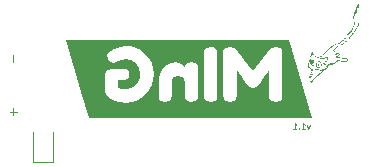
<source format=gbr>
%TF.GenerationSoftware,KiCad,Pcbnew,(6.0.7)*%
%TF.CreationDate,2023-03-11T05:38:16-08:00*%
%TF.ProjectId,ESP_SoC,4553505f-536f-4432-9e6b-696361645f70,rev?*%
%TF.SameCoordinates,Original*%
%TF.FileFunction,Legend,Bot*%
%TF.FilePolarity,Positive*%
%FSLAX46Y46*%
G04 Gerber Fmt 4.6, Leading zero omitted, Abs format (unit mm)*
G04 Created by KiCad (PCBNEW (6.0.7)) date 2023-03-11 05:38:16*
%MOMM*%
%LPD*%
G01*
G04 APERTURE LIST*
%ADD10C,0.125000*%
%ADD11C,0.120000*%
G04 APERTURE END LIST*
D10*
X127964285Y-102142857D02*
X127845238Y-102476190D01*
X127726190Y-102142857D01*
X127273809Y-102476190D02*
X127559523Y-102476190D01*
X127416666Y-102476190D02*
X127416666Y-101976190D01*
X127464285Y-102047619D01*
X127511904Y-102095238D01*
X127559523Y-102119047D01*
X127059523Y-102428571D02*
X127035714Y-102452380D01*
X127059523Y-102476190D01*
X127083333Y-102452380D01*
X127059523Y-102428571D01*
X127059523Y-102476190D01*
X126559523Y-102476190D02*
X126845238Y-102476190D01*
X126702380Y-102476190D02*
X126702380Y-101976190D01*
X126750000Y-102047619D01*
X126797619Y-102095238D01*
X126845238Y-102119047D01*
X102857142Y-100695238D02*
X102857142Y-101304761D01*
X103161904Y-101000000D02*
X102552380Y-101000000D01*
X102857142Y-96195238D02*
X102857142Y-96804761D01*
%TO.C,kibuzzard-64092D35*%
G36*
X107312928Y-94923658D02*
G01*
X126191267Y-94923658D01*
X128187072Y-101576342D01*
X109308733Y-101576342D01*
X108629918Y-99313625D01*
X110631650Y-99313625D01*
X110809450Y-99700975D01*
X111109487Y-99942672D01*
X111476200Y-100115312D01*
X111909588Y-100218897D01*
X112409650Y-100253425D01*
X112867247Y-100208777D01*
X113293887Y-100074831D01*
X113689572Y-99851589D01*
X113946850Y-99631125D01*
X115165550Y-99631125D01*
X115175075Y-99850200D01*
X115229050Y-100012125D01*
X115397325Y-100140713D01*
X115724350Y-100183575D01*
X116079950Y-100124837D01*
X116245050Y-99948625D01*
X116283150Y-99624775D01*
X116283150Y-98507175D01*
X116432375Y-98100775D01*
X116832425Y-97954725D01*
X117238825Y-98107125D01*
X117394400Y-98507175D01*
X117394400Y-99631125D01*
X117403925Y-99850200D01*
X117464250Y-100012125D01*
X117627763Y-100140713D01*
X117953200Y-100183575D01*
X118275463Y-100140713D01*
X118442150Y-100012125D01*
X118496125Y-99843850D01*
X118505374Y-99631125D01*
X119013650Y-99631125D01*
X119023175Y-99853375D01*
X119083500Y-100018475D01*
X119251775Y-100147063D01*
X119578800Y-100189925D01*
X119931225Y-100129600D01*
X120099500Y-99948625D01*
X120136853Y-99631125D01*
X120645600Y-99631125D01*
X120705925Y-99978788D01*
X120886900Y-100145475D01*
X121191700Y-100183575D01*
X121483800Y-100151825D01*
X121648900Y-100075625D01*
X121737800Y-99948625D01*
X121769550Y-99618425D01*
X121769550Y-97491175D01*
X121964812Y-97745969D01*
X122233100Y-98116650D01*
X122482337Y-98465106D01*
X122620450Y-98653225D01*
X122734750Y-98802450D01*
X122890325Y-98916750D01*
X123157025Y-98989775D01*
X123417375Y-98923100D01*
X123585650Y-98792925D01*
X123636450Y-98723075D01*
X123825362Y-98474631D01*
X124138100Y-98046800D01*
X124427025Y-97649131D01*
X124544500Y-97491175D01*
X124544500Y-99631125D01*
X124554025Y-99850200D01*
X124614350Y-100012125D01*
X124785800Y-100140713D01*
X125109650Y-100183575D01*
X125423975Y-100140713D01*
X125592250Y-100012125D01*
X125652575Y-99847025D01*
X125662100Y-99618425D01*
X125662100Y-96094175D01*
X125652575Y-95875100D01*
X125592250Y-95706825D01*
X125420800Y-95583000D01*
X125096950Y-95541725D01*
X124801675Y-95583000D01*
X124639750Y-95668725D01*
X124601650Y-95706825D01*
X123160200Y-97599125D01*
X122757102Y-97066487D01*
X122411408Y-96611573D01*
X122123118Y-96234383D01*
X121892232Y-95934917D01*
X121718750Y-95713175D01*
X121536981Y-95584587D01*
X121207575Y-95541725D01*
X120882931Y-95584587D01*
X120715450Y-95713175D01*
X120655125Y-95884625D01*
X120645600Y-96106875D01*
X120645600Y-99631125D01*
X120136853Y-99631125D01*
X120137600Y-99624775D01*
X120137600Y-96094175D01*
X120128075Y-95875100D01*
X120067750Y-95706825D01*
X119899475Y-95578237D01*
X119572450Y-95535375D01*
X119218437Y-95594113D01*
X119045400Y-95770325D01*
X119013650Y-96100525D01*
X119013650Y-99631125D01*
X118505374Y-99631125D01*
X118505650Y-99624775D01*
X118505650Y-97376875D01*
X118496125Y-97164150D01*
X118435800Y-97002225D01*
X118269113Y-96883163D01*
X117946850Y-96843475D01*
X117634112Y-96879988D01*
X117470600Y-96989525D01*
X117407100Y-97249875D01*
X117292800Y-97122875D01*
X117121350Y-96989525D01*
X116645100Y-96843475D01*
X116245403Y-96897450D01*
X115892978Y-97059375D01*
X115587825Y-97329250D01*
X115353228Y-97676736D01*
X115212469Y-98071494D01*
X115165550Y-98513525D01*
X115165550Y-99631125D01*
X113946850Y-99631125D01*
X114054300Y-99539050D01*
X114359894Y-99163408D01*
X114578175Y-98750856D01*
X114709144Y-98301395D01*
X114752800Y-97815025D01*
X114708350Y-97331036D01*
X114575000Y-96888719D01*
X114352750Y-96488073D01*
X114041600Y-96129100D01*
X113670125Y-95833230D01*
X113266900Y-95621894D01*
X112831925Y-95495092D01*
X112365200Y-95452825D01*
X111874839Y-95507858D01*
X111402822Y-95672958D01*
X110949150Y-95948125D01*
X110777700Y-96230700D01*
X110923750Y-96589475D01*
X111160287Y-96841888D01*
X111374600Y-96926025D01*
X111761950Y-96751400D01*
X112054050Y-96620431D01*
X112396950Y-96576775D01*
X112852562Y-96661706D01*
X113254200Y-96916500D01*
X113535187Y-97308613D01*
X113628850Y-97805500D01*
X113586517Y-98153339D01*
X113459517Y-98464489D01*
X113247850Y-98738950D01*
X112841450Y-99027081D01*
X112384250Y-99123125D01*
X112052462Y-99094550D01*
X111755600Y-99008825D01*
X111755600Y-98316675D01*
X112257250Y-98316675D01*
X112536650Y-98265875D01*
X112644600Y-98116650D01*
X112670000Y-97849950D01*
X112641425Y-97580075D01*
X112536650Y-97440375D01*
X112231850Y-97383225D01*
X111114250Y-97383225D01*
X110695150Y-97561025D01*
X110631650Y-97916625D01*
X110631650Y-99313625D01*
X108629918Y-99313625D01*
X107312928Y-94923658D01*
G37*
D11*
%TO.C,D3*%
X104550000Y-105300000D02*
X104550000Y-102750000D01*
X106250000Y-105300000D02*
X106250000Y-102750000D01*
X106250000Y-105300000D02*
X104550000Y-105300000D01*
%TO.C,G\u002A\u002A\u002A*%
G36*
X132164565Y-93253446D02*
G01*
X132175702Y-93297021D01*
X132170143Y-93474342D01*
X132139727Y-93640110D01*
X132085112Y-93779893D01*
X132007341Y-93890018D01*
X131979339Y-93921739D01*
X131948504Y-93964281D01*
X131938614Y-93990079D01*
X131938972Y-93995867D01*
X131924078Y-94035409D01*
X131886184Y-94094300D01*
X131830041Y-94165799D01*
X131760395Y-94243162D01*
X131723198Y-94284608D01*
X131686829Y-94339488D01*
X131678477Y-94382885D01*
X131675705Y-94416724D01*
X131643924Y-94450051D01*
X131614912Y-94472353D01*
X131570286Y-94518166D01*
X131518161Y-94578279D01*
X131465501Y-94643988D01*
X131419267Y-94706587D01*
X131386420Y-94757373D01*
X131373924Y-94787640D01*
X131373242Y-94795146D01*
X131357306Y-94827769D01*
X131330664Y-94849891D01*
X131307283Y-94848712D01*
X131304631Y-94847335D01*
X131280306Y-94857418D01*
X131245078Y-94888886D01*
X131238168Y-94896229D01*
X131204352Y-94928793D01*
X131184879Y-94942021D01*
X131184734Y-94942020D01*
X131174526Y-94935066D01*
X131182130Y-94912112D01*
X131209784Y-94869726D01*
X131259724Y-94804476D01*
X131334189Y-94712928D01*
X131334990Y-94711959D01*
X131399176Y-94632707D01*
X131455873Y-94559853D01*
X131498962Y-94501441D01*
X131522327Y-94465516D01*
X131536294Y-94441852D01*
X131572385Y-94386870D01*
X131621461Y-94315867D01*
X131677062Y-94238328D01*
X131711135Y-94190940D01*
X131771746Y-94103475D01*
X131825559Y-94022158D01*
X131863924Y-93959879D01*
X131887799Y-93918385D01*
X131935701Y-93835876D01*
X131978146Y-93763571D01*
X132020524Y-93683005D01*
X132069341Y-93561185D01*
X132102010Y-93441416D01*
X132113924Y-93338137D01*
X132115574Y-93291255D01*
X132124724Y-93253109D01*
X132143924Y-93242021D01*
X132164565Y-93253446D01*
G37*
G36*
X128234706Y-96000498D02*
G01*
X128238112Y-96004055D01*
X128267986Y-96039904D01*
X128311205Y-96096061D01*
X128359642Y-96162021D01*
X128372336Y-96179699D01*
X128432254Y-96261922D01*
X128476580Y-96317758D01*
X128511704Y-96352528D01*
X128544014Y-96371555D01*
X128579899Y-96380158D01*
X128625749Y-96383659D01*
X128689809Y-96392090D01*
X128776876Y-96411656D01*
X128862595Y-96437620D01*
X129001266Y-96486530D01*
X129173561Y-96444275D01*
X129250885Y-96426617D01*
X129374614Y-96406279D01*
X129463075Y-96404437D01*
X129516201Y-96421090D01*
X129533924Y-96456236D01*
X129524340Y-96495988D01*
X129495227Y-96560821D01*
X129452301Y-96638351D01*
X129401377Y-96718843D01*
X129348271Y-96792564D01*
X129298799Y-96849778D01*
X129250084Y-96900269D01*
X129225980Y-96932530D01*
X129223000Y-96954218D01*
X129236991Y-96973658D01*
X129260331Y-96991894D01*
X129305976Y-97011827D01*
X129327887Y-97016007D01*
X129350105Y-97020490D01*
X129351459Y-97022173D01*
X129343924Y-97042021D01*
X129335542Y-97051895D01*
X129296585Y-97061256D01*
X129242260Y-97040625D01*
X129178631Y-96991840D01*
X129143801Y-96958370D01*
X129121241Y-96930839D01*
X129122419Y-96914083D01*
X129143924Y-96898984D01*
X129177349Y-96875379D01*
X129231503Y-96824422D01*
X129289284Y-96759245D01*
X129345503Y-96687057D01*
X129394970Y-96615068D01*
X129432495Y-96550488D01*
X129452890Y-96500527D01*
X129450965Y-96472394D01*
X129446069Y-96470752D01*
X129410613Y-96472726D01*
X129351055Y-96482285D01*
X129277944Y-96497171D01*
X129201829Y-96515126D01*
X129133257Y-96533892D01*
X129082777Y-96551211D01*
X129073064Y-96555172D01*
X129037190Y-96565842D01*
X129001203Y-96565218D01*
X128952964Y-96551633D01*
X128880334Y-96523420D01*
X128804372Y-96494595D01*
X128711747Y-96463331D01*
X128633924Y-96440898D01*
X128556765Y-96416111D01*
X128472754Y-96369246D01*
X128394799Y-96298383D01*
X128313698Y-96196497D01*
X128311648Y-96193646D01*
X128267475Y-96137302D01*
X128229336Y-96097259D01*
X128205287Y-96082021D01*
X128185224Y-96096172D01*
X128157162Y-96139745D01*
X128127735Y-96202835D01*
X128101602Y-96275306D01*
X128083427Y-96347021D01*
X128082434Y-96352109D01*
X128064493Y-96403296D01*
X128040110Y-96422021D01*
X128038463Y-96421989D01*
X128019681Y-96408813D01*
X128021651Y-96367021D01*
X128022994Y-96360160D01*
X128034148Y-96299461D01*
X128045722Y-96232021D01*
X128047005Y-96225031D01*
X128070705Y-96152786D01*
X128106406Y-96088355D01*
X128115350Y-96076020D01*
X128142849Y-96032447D01*
X128153924Y-96005022D01*
X128166566Y-95981830D01*
X128198458Y-95979314D01*
X128234706Y-96000498D01*
G37*
G36*
X130068549Y-95863337D02*
G01*
X130101181Y-95882138D01*
X130134960Y-95913925D01*
X130158590Y-95946710D01*
X130160774Y-95968504D01*
X130148111Y-95977922D01*
X130114689Y-95975541D01*
X130072796Y-95937021D01*
X130044459Y-95898631D01*
X130037142Y-95870678D01*
X130060438Y-95862021D01*
X130068549Y-95863337D01*
G37*
G36*
X127998366Y-98250667D02*
G01*
X128006046Y-98273019D01*
X128002845Y-98318235D01*
X127996948Y-98330458D01*
X127986222Y-98334228D01*
X127974322Y-98302021D01*
X127968947Y-98278156D01*
X127968321Y-98241701D01*
X127979292Y-98230049D01*
X127998366Y-98250667D01*
G37*
G36*
X131132911Y-94542168D02*
G01*
X131138388Y-94561070D01*
X131127187Y-94604085D01*
X131122649Y-94615690D01*
X131106571Y-94643774D01*
X131097233Y-94632916D01*
X131095693Y-94599352D01*
X131107985Y-94559107D01*
X131131560Y-94542021D01*
X131132911Y-94542168D01*
G37*
G36*
X131989417Y-92342021D02*
G01*
X131966755Y-92448687D01*
X131960735Y-92477021D01*
X131955154Y-92504157D01*
X131953703Y-92510840D01*
X131934891Y-92597487D01*
X131916841Y-92673012D01*
X131902792Y-92723575D01*
X131894532Y-92742021D01*
X131893729Y-92741901D01*
X131879548Y-92722545D01*
X131863060Y-92680129D01*
X131844745Y-92636490D01*
X131823954Y-92622523D01*
X131805370Y-92647153D01*
X131790814Y-92709637D01*
X131790395Y-92712021D01*
X131783584Y-92750738D01*
X131765349Y-92833472D01*
X131743814Y-92915361D01*
X131730274Y-92967387D01*
X131715618Y-93041422D01*
X131709924Y-93096978D01*
X131703466Y-93143714D01*
X131681924Y-93162021D01*
X131678834Y-93161772D01*
X131664059Y-93147436D01*
X131656224Y-93106360D01*
X131653924Y-93032021D01*
X131655813Y-92972894D01*
X131663235Y-92920841D01*
X131675272Y-92902021D01*
X131685933Y-92893999D01*
X131683620Y-92861061D01*
X131680667Y-92832741D01*
X131695986Y-92789536D01*
X131710354Y-92765041D01*
X131698289Y-92744718D01*
X131693750Y-92741036D01*
X131690726Y-92714562D01*
X131691968Y-92712021D01*
X131713924Y-92712021D01*
X131723924Y-92722021D01*
X131733924Y-92712021D01*
X131723924Y-92702021D01*
X131713924Y-92712021D01*
X131691968Y-92712021D01*
X131714575Y-92665759D01*
X131719678Y-92657109D01*
X131744022Y-92606948D01*
X131753924Y-92570357D01*
X131757152Y-92555722D01*
X131777015Y-92553930D01*
X131787613Y-92558686D01*
X131786761Y-92546609D01*
X131784403Y-92523402D01*
X131824779Y-92523402D01*
X131830016Y-92531074D01*
X131847333Y-92539737D01*
X131853924Y-92510840D01*
X131850991Y-92496567D01*
X131833598Y-92492222D01*
X131827287Y-92497716D01*
X131824779Y-92523402D01*
X131784403Y-92523402D01*
X131784053Y-92519957D01*
X131795787Y-92477409D01*
X131807810Y-92454703D01*
X131877462Y-92454703D01*
X131893924Y-92462021D01*
X131904512Y-92460577D01*
X131907258Y-92448687D01*
X131904326Y-92446294D01*
X131880591Y-92448687D01*
X131877462Y-92454703D01*
X131807810Y-92454703D01*
X131816213Y-92438833D01*
X131838012Y-92422021D01*
X131844504Y-92420119D01*
X131852432Y-92397021D01*
X131852744Y-92342021D01*
X131873924Y-92342021D01*
X131874506Y-92346801D01*
X131893924Y-92362021D01*
X131898705Y-92361439D01*
X131913924Y-92342021D01*
X131913343Y-92337240D01*
X131893924Y-92322021D01*
X131889144Y-92322602D01*
X131873924Y-92342021D01*
X131852744Y-92342021D01*
X131852787Y-92334393D01*
X131879552Y-92278449D01*
X131897841Y-92245765D01*
X131909574Y-92194043D01*
X131913320Y-92171619D01*
X131938198Y-92171619D01*
X131940591Y-92195354D01*
X131946607Y-92198483D01*
X131953924Y-92182021D01*
X131952481Y-92171433D01*
X131940591Y-92168687D01*
X131938198Y-92171619D01*
X131913320Y-92171619D01*
X131917081Y-92149109D01*
X131931189Y-92114043D01*
X131945568Y-92086544D01*
X131961197Y-92038419D01*
X131962678Y-92034703D01*
X131977462Y-92034703D01*
X131993924Y-92042021D01*
X132004512Y-92040577D01*
X132007258Y-92028687D01*
X132004326Y-92026294D01*
X131980591Y-92028687D01*
X131977462Y-92034703D01*
X131962678Y-92034703D01*
X131982509Y-91984950D01*
X132022878Y-91940290D01*
X132070487Y-91921947D01*
X132116484Y-91932822D01*
X132152017Y-91975822D01*
X132155988Y-91993442D01*
X132161367Y-92048443D01*
X132166078Y-92132334D01*
X132170062Y-92238854D01*
X132173259Y-92361743D01*
X132175610Y-92494740D01*
X132177057Y-92631584D01*
X132177539Y-92766014D01*
X132176999Y-92891770D01*
X132175376Y-93002590D01*
X132172612Y-93092215D01*
X132168647Y-93154382D01*
X132163423Y-93182833D01*
X132150888Y-93197292D01*
X132139660Y-93193773D01*
X132130809Y-93167272D01*
X132124098Y-93114955D01*
X132119292Y-93033988D01*
X132116152Y-92921536D01*
X132114442Y-92774765D01*
X132113924Y-92590840D01*
X132113924Y-92587477D01*
X132113292Y-92424152D01*
X132111524Y-92282146D01*
X132108736Y-92165194D01*
X132105046Y-92077032D01*
X132100571Y-92021396D01*
X132095429Y-92002021D01*
X132079228Y-92018595D01*
X132075183Y-92028687D01*
X132056815Y-92074514D01*
X132029554Y-92169704D01*
X132026614Y-92182021D01*
X131997507Y-92303946D01*
X131989417Y-92342021D01*
G37*
G36*
X128063220Y-96547880D02*
G01*
X128073924Y-96577221D01*
X128080357Y-96617238D01*
X128105161Y-96629844D01*
X128153478Y-96612251D01*
X128179498Y-96600033D01*
X128214936Y-96595430D01*
X128252205Y-96615067D01*
X128293193Y-96656012D01*
X128323437Y-96733999D01*
X128322392Y-96835266D01*
X128318245Y-96859466D01*
X128303787Y-96908184D01*
X128289389Y-96918102D01*
X128278339Y-96889953D01*
X128273924Y-96824469D01*
X128268069Y-96751625D01*
X128249378Y-96706716D01*
X128219097Y-96698162D01*
X128178508Y-96727270D01*
X128177328Y-96728541D01*
X128140909Y-96778317D01*
X128113168Y-96834706D01*
X128097202Y-96887556D01*
X128096110Y-96926712D01*
X128112989Y-96942021D01*
X128122250Y-96936189D01*
X128145778Y-96903113D01*
X128172515Y-96850548D01*
X128188651Y-96818062D01*
X128214400Y-96780754D01*
X128233022Y-96771463D01*
X128235215Y-96773249D01*
X128239358Y-96793923D01*
X128229817Y-96836720D01*
X128205258Y-96906225D01*
X128164342Y-97007021D01*
X128159810Y-97020832D01*
X128168064Y-97037803D01*
X128207785Y-97042021D01*
X128252179Y-97048625D01*
X128296210Y-97071688D01*
X128313924Y-97103783D01*
X128308483Y-97108035D01*
X128274233Y-97112564D01*
X128218924Y-97111822D01*
X128184693Y-97109044D01*
X128137783Y-97097735D01*
X128101277Y-97070796D01*
X128059409Y-97019059D01*
X128045325Y-96999290D01*
X128006382Y-96925332D01*
X127994409Y-96853021D01*
X127992881Y-96814103D01*
X127985538Y-96790857D01*
X127969924Y-96798021D01*
X127956135Y-96809096D01*
X127922031Y-96822021D01*
X127914656Y-96819137D01*
X127908223Y-96791160D01*
X127916428Y-96741566D01*
X127937017Y-96680429D01*
X127967734Y-96617826D01*
X128001162Y-96573111D01*
X128036346Y-96547512D01*
X128063220Y-96547880D01*
G37*
G36*
X127927657Y-96919817D02*
G01*
X127907452Y-96958123D01*
X127884820Y-97002029D01*
X127876807Y-97065524D01*
X127883705Y-97134559D01*
X127903172Y-97197845D01*
X127932869Y-97244095D01*
X127970455Y-97262021D01*
X127993520Y-97266030D01*
X128032494Y-97290297D01*
X128043897Y-97300913D01*
X128087475Y-97329992D01*
X128144943Y-97360399D01*
X128186540Y-97382420D01*
X128225313Y-97418902D01*
X128230207Y-97464094D01*
X128204666Y-97527639D01*
X128187545Y-97575147D01*
X128186865Y-97612471D01*
X128187737Y-97630676D01*
X128163534Y-97654938D01*
X128158101Y-97657866D01*
X128128958Y-97690828D01*
X128096133Y-97747074D01*
X128065463Y-97814169D01*
X128042782Y-97879677D01*
X128033924Y-97931162D01*
X128028538Y-97965419D01*
X128007317Y-98005771D01*
X127994483Y-98023668D01*
X127988984Y-98057199D01*
X127996599Y-98072105D01*
X128022419Y-98081547D01*
X128053768Y-98060018D01*
X128082944Y-98011282D01*
X128107817Y-97965196D01*
X128149658Y-97907143D01*
X128200724Y-97847570D01*
X128255279Y-97791908D01*
X128307587Y-97745591D01*
X128351913Y-97714049D01*
X128382520Y-97702715D01*
X128393672Y-97717021D01*
X128393528Y-97717877D01*
X128376960Y-97739512D01*
X128338279Y-97778466D01*
X128285182Y-97826940D01*
X128261859Y-97848409D01*
X128182174Y-97938139D01*
X128124033Y-98030009D01*
X128099420Y-98079025D01*
X128073776Y-98126921D01*
X128059189Y-98150089D01*
X128058367Y-98150907D01*
X128043757Y-98160410D01*
X128023219Y-98154558D01*
X127983221Y-98129720D01*
X127944446Y-98086103D01*
X127935724Y-98024859D01*
X127961961Y-97956317D01*
X127962326Y-97955737D01*
X127986213Y-97904139D01*
X128004532Y-97842551D01*
X128009318Y-97824221D01*
X128035323Y-97757965D01*
X128070659Y-97692551D01*
X128109546Y-97617038D01*
X128124699Y-97531623D01*
X128102253Y-97453468D01*
X128041406Y-97380204D01*
X127941360Y-97309460D01*
X127909251Y-97289940D01*
X127860509Y-97252185D01*
X127833588Y-97209855D01*
X127822802Y-97151234D01*
X127822462Y-97064612D01*
X127822829Y-97053168D01*
X127828637Y-96980352D01*
X127841430Y-96935878D01*
X127863939Y-96909537D01*
X127884186Y-96897876D01*
X127917007Y-96896503D01*
X127927657Y-96919817D01*
G37*
G36*
X131249650Y-94480495D02*
G01*
X131221347Y-94488264D01*
X131208251Y-94485944D01*
X131193924Y-94499881D01*
X131192998Y-94506529D01*
X131173924Y-94522021D01*
X131155943Y-94512032D01*
X131162494Y-94477716D01*
X131191647Y-94430840D01*
X131233924Y-94430840D01*
X131234316Y-94440938D01*
X131243763Y-94461137D01*
X131263070Y-94443402D01*
X131265788Y-94436191D01*
X131254251Y-94412222D01*
X131243765Y-94410241D01*
X131233924Y-94430840D01*
X131191647Y-94430840D01*
X131197377Y-94421627D01*
X131213603Y-94401075D01*
X131242756Y-94377791D01*
X131267046Y-94384611D01*
X131273611Y-94389384D01*
X131294456Y-94388441D01*
X131313593Y-94352892D01*
X131326909Y-94308955D01*
X131333924Y-94263167D01*
X131344726Y-94225050D01*
X131377544Y-94195033D01*
X131418603Y-94192746D01*
X131425716Y-94193523D01*
X131453290Y-94175168D01*
X131482079Y-94134307D01*
X131504739Y-94083173D01*
X131513924Y-94033998D01*
X131516813Y-94018317D01*
X131536257Y-94002021D01*
X131547633Y-93994138D01*
X131548209Y-93962326D01*
X131547113Y-93955880D01*
X131557898Y-93907202D01*
X131594556Y-93844323D01*
X131615277Y-93816620D01*
X131656575Y-93768302D01*
X131683962Y-93746910D01*
X131693633Y-93755840D01*
X131689579Y-93777194D01*
X131673502Y-93829973D01*
X131649178Y-93898845D01*
X131620912Y-93971793D01*
X131593006Y-94036803D01*
X131581102Y-94063194D01*
X131561618Y-94109707D01*
X131553924Y-94133437D01*
X131550716Y-94141678D01*
X131527493Y-94176533D01*
X131487178Y-94229278D01*
X131436152Y-94291969D01*
X131380796Y-94356659D01*
X131327491Y-94415404D01*
X131305967Y-94436191D01*
X131293378Y-94448349D01*
X131249650Y-94480495D01*
G37*
G36*
X128747043Y-96892472D02*
G01*
X128749564Y-96930796D01*
X128741807Y-96986557D01*
X128725532Y-97048351D01*
X128702501Y-97104774D01*
X128691798Y-97123157D01*
X128663272Y-97149635D01*
X128642168Y-97138207D01*
X128633924Y-97090043D01*
X128639331Y-97053882D01*
X128658361Y-96997756D01*
X128685158Y-96941931D01*
X128713430Y-96899116D01*
X128736887Y-96882021D01*
X128747043Y-96892472D01*
G37*
G36*
X130335460Y-95483771D02*
G01*
X130352262Y-95499091D01*
X130334792Y-95527765D01*
X130284172Y-95566837D01*
X130268414Y-95577652D01*
X130229761Y-95610879D01*
X130214172Y-95635673D01*
X130208138Y-95650438D01*
X130177677Y-95670829D01*
X130174063Y-95672285D01*
X130139801Y-95696061D01*
X130089919Y-95739976D01*
X130033885Y-95795799D01*
X130026152Y-95803869D01*
X129971862Y-95854762D01*
X129933939Y-95880580D01*
X129915789Y-95880975D01*
X129920820Y-95855600D01*
X129952438Y-95804108D01*
X129985162Y-95763680D01*
X130040214Y-95705401D01*
X130105371Y-95642766D01*
X130173098Y-95582442D01*
X130235862Y-95531098D01*
X130286127Y-95495401D01*
X130316359Y-95482021D01*
X130335460Y-95483771D01*
G37*
G36*
X131718474Y-93205756D02*
G01*
X131736463Y-93226195D01*
X131749750Y-93269536D01*
X131759880Y-93341477D01*
X131768398Y-93447719D01*
X131768708Y-93452510D01*
X131772406Y-93555981D01*
X131767644Y-93626953D01*
X131754010Y-93671860D01*
X131746790Y-93684528D01*
X131722414Y-93708016D01*
X131691005Y-93700458D01*
X131664309Y-93690688D01*
X131653924Y-93704650D01*
X131653087Y-93713208D01*
X131643454Y-93718216D01*
X131641793Y-93716270D01*
X131640540Y-93688011D01*
X131658929Y-93656766D01*
X131686064Y-93642021D01*
X131699014Y-93638560D01*
X131713924Y-93612021D01*
X131711668Y-93598220D01*
X131693924Y-93582021D01*
X131684724Y-93578636D01*
X131673924Y-93552021D01*
X131676107Y-93538229D01*
X131693297Y-93522021D01*
X131700661Y-93519705D01*
X131704526Y-93497021D01*
X131699062Y-93467176D01*
X131692020Y-93409348D01*
X131685150Y-93337021D01*
X131682164Y-93296857D01*
X131680936Y-93239212D01*
X131687170Y-93210079D01*
X131701781Y-93202021D01*
X131718474Y-93205756D01*
G37*
G36*
X131146170Y-94967600D02*
G01*
X131149521Y-94971414D01*
X131152258Y-94988133D01*
X131133079Y-95002762D01*
X131089182Y-95036775D01*
X131030763Y-95082274D01*
X130966930Y-95132143D01*
X130906791Y-95179264D01*
X130859454Y-95216521D01*
X130834027Y-95236796D01*
X130807932Y-95255774D01*
X130756306Y-95290170D01*
X130693924Y-95329761D01*
X130639007Y-95362241D01*
X130588277Y-95388963D01*
X130559552Y-95399986D01*
X130542538Y-95395378D01*
X130546821Y-95374754D01*
X130574241Y-95344747D01*
X130619552Y-95312968D01*
X130629366Y-95307124D01*
X130682134Y-95272676D01*
X130751085Y-95224708D01*
X130823924Y-95171720D01*
X130842425Y-95158054D01*
X130916659Y-95105241D01*
X130984748Y-95059583D01*
X131033924Y-95029714D01*
X131046536Y-95022735D01*
X131092312Y-94994028D01*
X131117837Y-94972600D01*
X131123825Y-94966575D01*
X131146170Y-94967600D01*
G37*
G36*
X130723096Y-96457534D02*
G01*
X130783223Y-96479650D01*
X130842951Y-96502488D01*
X130901739Y-96510859D01*
X130971882Y-96502408D01*
X131075927Y-96492869D01*
X131152019Y-96508983D01*
X131198305Y-96550531D01*
X131213924Y-96617106D01*
X131202016Y-96667278D01*
X131156657Y-96727428D01*
X131083924Y-96776079D01*
X131062371Y-96783367D01*
X130997106Y-96793781D01*
X130912563Y-96798968D01*
X130822249Y-96798749D01*
X130739672Y-96792949D01*
X130678337Y-96781390D01*
X130665701Y-96777272D01*
X130593705Y-96750486D01*
X130522610Y-96720033D01*
X130506662Y-96712909D01*
X130440291Y-96690300D01*
X130385911Y-96682098D01*
X130351783Y-96688742D01*
X130346173Y-96710669D01*
X130339716Y-96738576D01*
X130299089Y-96769350D01*
X130250901Y-96799747D01*
X130212600Y-96833616D01*
X130196245Y-96847300D01*
X130147292Y-96877733D01*
X130077139Y-96915575D01*
X129995022Y-96955647D01*
X129918506Y-96989854D01*
X129837137Y-97020859D01*
X129773981Y-97036296D01*
X129719708Y-97038987D01*
X129716498Y-97038827D01*
X129658307Y-97041044D01*
X129613715Y-97059603D01*
X129563742Y-97102197D01*
X129556533Y-97109372D01*
X129510471Y-97168908D01*
X129493292Y-97220944D01*
X129493146Y-97225173D01*
X129470908Y-97289113D01*
X129414027Y-97355012D01*
X129326855Y-97417724D01*
X129320095Y-97421679D01*
X129269342Y-97446928D01*
X129229799Y-97451686D01*
X129182358Y-97438731D01*
X129141168Y-97426732D01*
X129106454Y-97427006D01*
X129103847Y-97445960D01*
X129136091Y-97481080D01*
X129183924Y-97521139D01*
X129059803Y-97636580D01*
X128958001Y-97731046D01*
X128849704Y-97830711D01*
X128764941Y-97907367D01*
X128700654Y-97963600D01*
X128653783Y-98001994D01*
X128621268Y-98025135D01*
X128600051Y-98035607D01*
X128587072Y-98035996D01*
X128578114Y-98035740D01*
X128541930Y-98055057D01*
X128491036Y-98097511D01*
X128431451Y-98156304D01*
X128369198Y-98224636D01*
X128310298Y-98295708D01*
X128260771Y-98362720D01*
X128226640Y-98418872D01*
X128213924Y-98457367D01*
X128205226Y-98488388D01*
X128181624Y-98532724D01*
X128153795Y-98566655D01*
X128120667Y-98578054D01*
X128085237Y-98553697D01*
X128043016Y-98492275D01*
X128039727Y-98486596D01*
X128011830Y-98430403D01*
X127999790Y-98391317D01*
X128002900Y-98374515D01*
X128020451Y-98385177D01*
X128051736Y-98428479D01*
X128064133Y-98447768D01*
X128092846Y-98486484D01*
X128110556Y-98501758D01*
X128110870Y-98501721D01*
X128126084Y-98483631D01*
X128152208Y-98438866D01*
X128183778Y-98376758D01*
X128185956Y-98372262D01*
X128224353Y-98304537D01*
X128276087Y-98234453D01*
X128347211Y-98154578D01*
X128443778Y-98057478D01*
X128466611Y-98035490D01*
X128539947Y-97967663D01*
X128603675Y-97912781D01*
X128651612Y-97876001D01*
X128677577Y-97862478D01*
X128699868Y-97854357D01*
X128724163Y-97821270D01*
X128728925Y-97810952D01*
X128761661Y-97772005D01*
X128810510Y-97733537D01*
X128819320Y-97727734D01*
X128884963Y-97677550D01*
X128943573Y-97623341D01*
X128978944Y-97582181D01*
X128987904Y-97557772D01*
X128973573Y-97541069D01*
X128950944Y-97528789D01*
X128866761Y-97501406D01*
X128752219Y-97482236D01*
X128613924Y-97472538D01*
X128538013Y-97469080D01*
X128446022Y-97459522D01*
X128391741Y-97444871D01*
X128373926Y-97424881D01*
X128379829Y-97419072D01*
X128416531Y-97413064D01*
X128479506Y-97412181D01*
X128560243Y-97415797D01*
X128650232Y-97423289D01*
X128740961Y-97434032D01*
X128823919Y-97447403D01*
X128890594Y-97462776D01*
X128905081Y-97466909D01*
X128974145Y-97484494D01*
X129025456Y-97494128D01*
X129048804Y-97493807D01*
X129046851Y-97475101D01*
X129023924Y-97442021D01*
X129002740Y-97410980D01*
X129000955Y-97388324D01*
X129003946Y-97386524D01*
X129037440Y-97378523D01*
X129097645Y-97370218D01*
X129174013Y-97363144D01*
X129181610Y-97362579D01*
X129263096Y-97354657D01*
X129316981Y-97343460D01*
X129354789Y-97325425D01*
X129388045Y-97296991D01*
X129409998Y-97273468D01*
X129428006Y-97241804D01*
X129418670Y-97218766D01*
X129417374Y-97217497D01*
X129391423Y-97207124D01*
X129357822Y-97228493D01*
X129336218Y-97246455D01*
X129304543Y-97260797D01*
X129293924Y-97241354D01*
X129295035Y-97235534D01*
X129314605Y-97204231D01*
X129350608Y-97164254D01*
X129392585Y-97125498D01*
X129430078Y-97097856D01*
X129452630Y-97091220D01*
X129462378Y-97093160D01*
X129492415Y-97078582D01*
X129521168Y-97048254D01*
X129534172Y-97015592D01*
X129537164Y-97007134D01*
X129563858Y-96977284D01*
X129609172Y-96942385D01*
X129649738Y-96918915D01*
X129699183Y-96901559D01*
X129764042Y-96891356D01*
X129856594Y-96885482D01*
X129934462Y-96881550D01*
X129993987Y-96874641D01*
X130037461Y-96861097D01*
X130077468Y-96836829D01*
X130126594Y-96797747D01*
X130173920Y-96760671D01*
X130229650Y-96721879D01*
X130268924Y-96700145D01*
X130297296Y-96682473D01*
X130313924Y-96652516D01*
X130314259Y-96648276D01*
X130335618Y-96626342D01*
X130384963Y-96620026D01*
X130454870Y-96628515D01*
X130537917Y-96651001D01*
X130626679Y-96686671D01*
X130675437Y-96707739D01*
X130798944Y-96744052D01*
X130912513Y-96753775D01*
X131010654Y-96737521D01*
X131087879Y-96695902D01*
X131138698Y-96629530D01*
X131143769Y-96617845D01*
X131150893Y-96582340D01*
X131132787Y-96560376D01*
X131127326Y-96557582D01*
X131082724Y-96551046D01*
X131021574Y-96554909D01*
X130961581Y-96567080D01*
X130920449Y-96585466D01*
X130890270Y-96588689D01*
X130837118Y-96572264D01*
X130771689Y-96539722D01*
X130703956Y-96495221D01*
X130693068Y-96486586D01*
X130673148Y-96461959D01*
X130684781Y-96451956D01*
X130723096Y-96457534D01*
G37*
G36*
X131073500Y-94713994D02*
G01*
X131060004Y-94747988D01*
X131017962Y-94800823D01*
X130985655Y-94833168D01*
X130957922Y-94847689D01*
X130935462Y-94837058D01*
X130912579Y-94822730D01*
X130898391Y-94841120D01*
X130880702Y-94872655D01*
X130831744Y-94930908D01*
X130761785Y-94999272D01*
X130678549Y-95071469D01*
X130589761Y-95141216D01*
X130503144Y-95202233D01*
X130426422Y-95248240D01*
X130367319Y-95272956D01*
X130328453Y-95286604D01*
X130302555Y-95304236D01*
X130292189Y-95315355D01*
X130266941Y-95320510D01*
X130253924Y-95302021D01*
X130257309Y-95292820D01*
X130283924Y-95282021D01*
X130297658Y-95280352D01*
X130314154Y-95267021D01*
X130316311Y-95262485D01*
X130342604Y-95241751D01*
X130389154Y-95216198D01*
X130432491Y-95191116D01*
X130498915Y-95144132D01*
X130563924Y-95090678D01*
X130615049Y-95046155D01*
X130677143Y-94995029D01*
X130724983Y-94958815D01*
X130731212Y-94954331D01*
X130784797Y-94905206D01*
X130831054Y-94847981D01*
X130861146Y-94807586D01*
X130891557Y-94788780D01*
X130931211Y-94791424D01*
X130947324Y-94794385D01*
X130985545Y-94788828D01*
X131013519Y-94752778D01*
X131036884Y-94717751D01*
X131057304Y-94702021D01*
X131073500Y-94713994D01*
G37*
G36*
X128827455Y-96737082D02*
G01*
X128890228Y-96793860D01*
X128924226Y-96846328D01*
X128957581Y-96925898D01*
X128979039Y-97010348D01*
X128985496Y-97086748D01*
X128973846Y-97142167D01*
X128955664Y-97168084D01*
X128935938Y-97170290D01*
X128923287Y-97136053D01*
X128919094Y-97067266D01*
X128918906Y-97053471D01*
X128907774Y-96967980D01*
X128882846Y-96885741D01*
X128848766Y-96819003D01*
X128810178Y-96780016D01*
X128767562Y-96772844D01*
X128715054Y-96795376D01*
X128663707Y-96844249D01*
X128618893Y-96912710D01*
X128585988Y-96994006D01*
X128570364Y-97081384D01*
X128568702Y-97115250D01*
X128570017Y-97164414D01*
X128580354Y-97188780D01*
X128602510Y-97198541D01*
X128625102Y-97205994D01*
X128668939Y-97234178D01*
X128699628Y-97255433D01*
X128749322Y-97257503D01*
X128815223Y-97228072D01*
X128827974Y-97221002D01*
X128870331Y-97206329D01*
X128891062Y-97214023D01*
X128883526Y-97242665D01*
X128882695Y-97243911D01*
X128853630Y-97267847D01*
X128806524Y-97292728D01*
X128792386Y-97298299D01*
X128729439Y-97309732D01*
X128659565Y-97297504D01*
X128571391Y-97260034D01*
X128509512Y-97219105D01*
X128482991Y-97173238D01*
X128493996Y-97121886D01*
X128507604Y-97079484D01*
X128513924Y-97022021D01*
X128514955Y-96996544D01*
X128529653Y-96934031D01*
X128566226Y-96871179D01*
X128630348Y-96797021D01*
X128696956Y-96741443D01*
X128763726Y-96719601D01*
X128827455Y-96737082D01*
G37*
G36*
X130187988Y-95303998D02*
G01*
X130191066Y-95329412D01*
X130165235Y-95342021D01*
X130147732Y-95347738D01*
X130101099Y-95371798D01*
X130035834Y-95410323D01*
X129960235Y-95458595D01*
X129910713Y-95491177D01*
X129829269Y-95544129D01*
X129758601Y-95589344D01*
X129709957Y-95619588D01*
X129693353Y-95630339D01*
X129647859Y-95668670D01*
X129623572Y-95703133D01*
X129611070Y-95723048D01*
X129572724Y-95766485D01*
X129515895Y-95822887D01*
X129447539Y-95885065D01*
X129396215Y-95930345D01*
X129329054Y-95991083D01*
X129275499Y-96041242D01*
X129243924Y-96073089D01*
X129231048Y-96086695D01*
X129184005Y-96131280D01*
X129120346Y-96187842D01*
X129049290Y-96248579D01*
X128980055Y-96305686D01*
X128921860Y-96351362D01*
X128883924Y-96377803D01*
X128863877Y-96388121D01*
X128824927Y-96397051D01*
X128811398Y-96382705D01*
X128825007Y-96351979D01*
X128867473Y-96311767D01*
X128915028Y-96275144D01*
X128998855Y-96206260D01*
X129091924Y-96125802D01*
X129189276Y-96038460D01*
X129285951Y-95948927D01*
X129376988Y-95861893D01*
X129457429Y-95782050D01*
X129522314Y-95714088D01*
X129566682Y-95662698D01*
X129585573Y-95632572D01*
X129596682Y-95611441D01*
X129644629Y-95570328D01*
X129730299Y-95522228D01*
X129730376Y-95522190D01*
X129805318Y-95482522D01*
X129873372Y-95442078D01*
X129919815Y-95409607D01*
X129969434Y-95374795D01*
X130031820Y-95340125D01*
X130094641Y-95311558D01*
X130146524Y-95294252D01*
X130176098Y-95293364D01*
X130187988Y-95303998D01*
G37*
G36*
X130482835Y-96178578D02*
G01*
X130450337Y-96218557D01*
X130403924Y-96268817D01*
X130360619Y-96315150D01*
X130326855Y-96355052D01*
X130313924Y-96375719D01*
X130317747Y-96379616D01*
X130337924Y-96366021D01*
X130372356Y-96347975D01*
X130442929Y-96344421D01*
X130538924Y-96363072D01*
X130547834Y-96365631D01*
X130598519Y-96386214D01*
X130610077Y-96404456D01*
X130583287Y-96417975D01*
X130518924Y-96424387D01*
X130494717Y-96425394D01*
X130421896Y-96432177D01*
X130363924Y-96442437D01*
X130311185Y-96452102D01*
X130253924Y-96455070D01*
X130229793Y-96451654D01*
X130211845Y-96437509D01*
X130202824Y-96403149D01*
X130197976Y-96338682D01*
X130194263Y-96297060D01*
X130181700Y-96235886D01*
X130180121Y-96232854D01*
X130219512Y-96232854D01*
X130234628Y-96263335D01*
X130239781Y-96272229D01*
X130270007Y-96298539D01*
X130308675Y-96289975D01*
X130360183Y-96245926D01*
X130362504Y-96243483D01*
X130405658Y-96184822D01*
X130416411Y-96141114D01*
X130398611Y-96117671D01*
X130356108Y-96119807D01*
X130292750Y-96152834D01*
X130287446Y-96156508D01*
X130240293Y-96190140D01*
X130219524Y-96212022D01*
X130219512Y-96232854D01*
X130180121Y-96232854D01*
X130164165Y-96202220D01*
X130151077Y-96186199D01*
X130145113Y-96150558D01*
X130149133Y-96137580D01*
X130163628Y-96091158D01*
X130178101Y-96071591D01*
X130210198Y-96080026D01*
X130212942Y-96081432D01*
X130253726Y-96086891D01*
X130306623Y-96063537D01*
X130331062Y-96049087D01*
X130361137Y-96038655D01*
X130388767Y-96049515D01*
X130430053Y-96084387D01*
X130445912Y-96099104D01*
X130480240Y-96135890D01*
X130483355Y-96141114D01*
X130493924Y-96158836D01*
X130482835Y-96178578D01*
G37*
%TD*%
M02*

</source>
